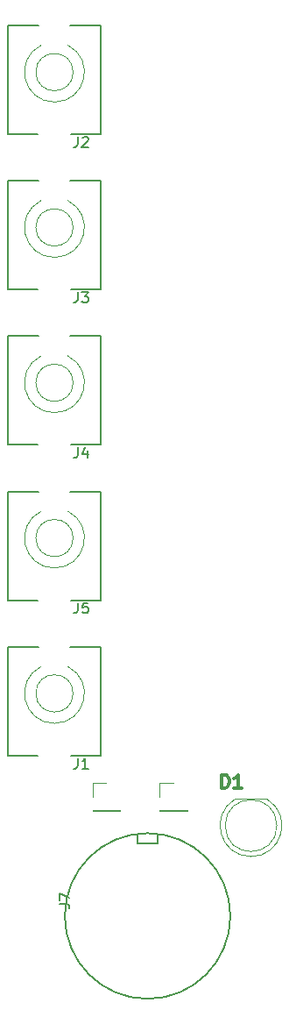
<source format=gto>
%TF.GenerationSoftware,KiCad,Pcbnew,(6.0.1)*%
%TF.CreationDate,2022-10-18T10:19:05-04:00*%
%TF.ProjectId,ER-MIDI-THRU,45522d4d-4944-4492-9d54-4852552e6b69,1*%
%TF.SameCoordinates,Original*%
%TF.FileFunction,Legend,Top*%
%TF.FilePolarity,Positive*%
%FSLAX46Y46*%
G04 Gerber Fmt 4.6, Leading zero omitted, Abs format (unit mm)*
G04 Created by KiCad (PCBNEW (6.0.1)) date 2022-10-18 10:19:05*
%MOMM*%
%LPD*%
G01*
G04 APERTURE LIST*
%ADD10C,0.150000*%
%ADD11C,0.317500*%
%ADD12C,0.120000*%
%ADD13C,0.200000*%
G04 APERTURE END LIST*
D10*
%TO.C,J5*%
X7266666Y-59752380D02*
X7266666Y-60466666D01*
X7219047Y-60609523D01*
X7123809Y-60704761D01*
X6980952Y-60752380D01*
X6885714Y-60752380D01*
X8219047Y-59752380D02*
X7742857Y-59752380D01*
X7695238Y-60228571D01*
X7742857Y-60180952D01*
X7838095Y-60133333D01*
X8076190Y-60133333D01*
X8171428Y-60180952D01*
X8219047Y-60228571D01*
X8266666Y-60323809D01*
X8266666Y-60561904D01*
X8219047Y-60657142D01*
X8171428Y-60704761D01*
X8076190Y-60752380D01*
X7838095Y-60752380D01*
X7742857Y-60704761D01*
X7695238Y-60657142D01*
%TO.C,J4*%
X7266666Y-44752380D02*
X7266666Y-45466666D01*
X7219047Y-45609523D01*
X7123809Y-45704761D01*
X6980952Y-45752380D01*
X6885714Y-45752380D01*
X8171428Y-45085714D02*
X8171428Y-45752380D01*
X7933333Y-44704761D02*
X7695238Y-45419047D01*
X8314285Y-45419047D01*
%TO.C,J7*%
X5452380Y-88833333D02*
X6166666Y-88833333D01*
X6309523Y-88880952D01*
X6404761Y-88976190D01*
X6452380Y-89119047D01*
X6452380Y-89214285D01*
X5452380Y-88452380D02*
X5452380Y-87785714D01*
X6452380Y-88214285D01*
D11*
%TO.C,D1*%
X21152619Y-77624523D02*
X21152619Y-76354523D01*
X21455000Y-76354523D01*
X21636428Y-76415000D01*
X21757380Y-76535952D01*
X21817857Y-76656904D01*
X21878333Y-76898809D01*
X21878333Y-77080238D01*
X21817857Y-77322142D01*
X21757380Y-77443095D01*
X21636428Y-77564047D01*
X21455000Y-77624523D01*
X21152619Y-77624523D01*
X23087857Y-77624523D02*
X22362142Y-77624523D01*
X22725000Y-77624523D02*
X22725000Y-76354523D01*
X22604047Y-76535952D01*
X22483095Y-76656904D01*
X22362142Y-76717380D01*
D10*
%TO.C,J1*%
X7266666Y-74752380D02*
X7266666Y-75466666D01*
X7219047Y-75609523D01*
X7123809Y-75704761D01*
X6980952Y-75752380D01*
X6885714Y-75752380D01*
X8266666Y-75752380D02*
X7695238Y-75752380D01*
X7980952Y-75752380D02*
X7980952Y-74752380D01*
X7885714Y-74895238D01*
X7790476Y-74990476D01*
X7695238Y-75038095D01*
%TO.C,J2*%
X7266666Y-14752380D02*
X7266666Y-15466666D01*
X7219047Y-15609523D01*
X7123809Y-15704761D01*
X6980952Y-15752380D01*
X6885714Y-15752380D01*
X7695238Y-14847619D02*
X7742857Y-14800000D01*
X7838095Y-14752380D01*
X8076190Y-14752380D01*
X8171428Y-14800000D01*
X8219047Y-14847619D01*
X8266666Y-14942857D01*
X8266666Y-15038095D01*
X8219047Y-15180952D01*
X7647619Y-15752380D01*
X8266666Y-15752380D01*
%TO.C,J3*%
X7266666Y-29752380D02*
X7266666Y-30466666D01*
X7219047Y-30609523D01*
X7123809Y-30704761D01*
X6980952Y-30752380D01*
X6885714Y-30752380D01*
X7647619Y-29752380D02*
X8266666Y-29752380D01*
X7933333Y-30133333D01*
X8076190Y-30133333D01*
X8171428Y-30180952D01*
X8219047Y-30228571D01*
X8266666Y-30323809D01*
X8266666Y-30561904D01*
X8219047Y-30657142D01*
X8171428Y-30704761D01*
X8076190Y-30752380D01*
X7790476Y-30752380D01*
X7695238Y-30704761D01*
X7647619Y-30657142D01*
D12*
%TO.C,J9*%
X11330000Y-79770000D02*
X11330000Y-79830000D01*
X8670000Y-79770000D02*
X8670000Y-79830000D01*
X8670000Y-77170000D02*
X10000000Y-77170000D01*
X8670000Y-79770000D02*
X11330000Y-79770000D01*
X8670000Y-79830000D02*
X11330000Y-79830000D01*
X8670000Y-78500000D02*
X8670000Y-77170000D01*
D13*
%TO.C,J5*%
X9500000Y-59500000D02*
X6600000Y-59500000D01*
X3500000Y-49000000D02*
X500000Y-49000000D01*
X500000Y-49000000D02*
X500000Y-59500000D01*
X9500000Y-49000000D02*
X6500000Y-49000000D01*
X9500000Y-49000000D02*
X9500000Y-59500000D01*
X3400000Y-59500000D02*
X500000Y-59500000D01*
D12*
X5000000Y-56395001D02*
G75*
G03*
X6296263Y-50911423I0J2895001D01*
G01*
X3703737Y-50911424D02*
G75*
G03*
X5000000Y-56395000I1296263J-2588576D01*
G01*
X6800000Y-53500000D02*
G75*
G03*
X6800000Y-53500000I-1800000J0D01*
G01*
D13*
%TO.C,J4*%
X3400000Y-44500000D02*
X500000Y-44500000D01*
X3500000Y-34000000D02*
X500000Y-34000000D01*
X9500000Y-34000000D02*
X9500000Y-44500000D01*
X9500000Y-44500000D02*
X6600000Y-44500000D01*
X500000Y-34000000D02*
X500000Y-44500000D01*
X9500000Y-34000000D02*
X6500000Y-34000000D01*
D12*
X3703737Y-35911424D02*
G75*
G03*
X5000000Y-41395000I1296263J-2588576D01*
G01*
X5000000Y-41395001D02*
G75*
G03*
X6296263Y-35911423I0J2895001D01*
G01*
X6800000Y-38500000D02*
G75*
G03*
X6800000Y-38500000I-1800000J0D01*
G01*
D10*
%TO.C,J7*%
X13000000Y-82060000D02*
X13000000Y-83000000D01*
X13000000Y-83000000D02*
X15000000Y-83000000D01*
X15000000Y-83000000D02*
X15000000Y-82060000D01*
X22000000Y-90000000D02*
G75*
G03*
X22000000Y-90000000I-8000000J0D01*
G01*
D12*
%TO.C,D1*%
X25545000Y-78710000D02*
X22455000Y-78710000D01*
X22455170Y-78710000D02*
G75*
G03*
X24000462Y-84260000I1544830J-2560000D01*
G01*
X23999538Y-84260000D02*
G75*
G03*
X25544830Y-78710000I462J2990000D01*
G01*
X26500000Y-81270000D02*
G75*
G03*
X26500000Y-81270000I-2500000J0D01*
G01*
D13*
%TO.C,J1*%
X500000Y-64000000D02*
X500000Y-74500000D01*
X9500000Y-64000000D02*
X6500000Y-64000000D01*
X3400000Y-74500000D02*
X500000Y-74500000D01*
X9500000Y-64000000D02*
X9500000Y-74500000D01*
X3500000Y-64000000D02*
X500000Y-64000000D01*
X9500000Y-74500000D02*
X6600000Y-74500000D01*
D12*
X3703737Y-65911424D02*
G75*
G03*
X5000000Y-71395000I1296263J-2588576D01*
G01*
X5000000Y-71395001D02*
G75*
G03*
X6296263Y-65911423I0J2895001D01*
G01*
X6800000Y-68500000D02*
G75*
G03*
X6800000Y-68500000I-1800000J0D01*
G01*
D13*
%TO.C,J2*%
X9500000Y-4000000D02*
X6500000Y-4000000D01*
X9500000Y-4000000D02*
X9500000Y-14500000D01*
X3500000Y-4000000D02*
X500000Y-4000000D01*
X3400000Y-14500000D02*
X500000Y-14500000D01*
X9500000Y-14500000D02*
X6600000Y-14500000D01*
X500000Y-4000000D02*
X500000Y-14500000D01*
D12*
X5000000Y-11395001D02*
G75*
G03*
X6296263Y-5911423I0J2895001D01*
G01*
X3703737Y-5911424D02*
G75*
G03*
X5000000Y-11395000I1296263J-2588576D01*
G01*
X6800000Y-8500000D02*
G75*
G03*
X6800000Y-8500000I-1800000J0D01*
G01*
D13*
%TO.C,J3*%
X3500000Y-19000000D02*
X500000Y-19000000D01*
X500000Y-19000000D02*
X500000Y-29500000D01*
X9500000Y-19000000D02*
X9500000Y-29500000D01*
X9500000Y-29500000D02*
X6600000Y-29500000D01*
X3400000Y-29500000D02*
X500000Y-29500000D01*
X9500000Y-19000000D02*
X6500000Y-19000000D01*
D12*
X3703737Y-20911424D02*
G75*
G03*
X5000000Y-26395000I1296263J-2588576D01*
G01*
X5000000Y-26395001D02*
G75*
G03*
X6296263Y-20911423I0J2895001D01*
G01*
X6800000Y-23500000D02*
G75*
G03*
X6800000Y-23500000I-1800000J0D01*
G01*
%TO.C,J8*%
X15170000Y-79770000D02*
X17830000Y-79770000D01*
X15170000Y-78500000D02*
X15170000Y-77170000D01*
X15170000Y-79830000D02*
X17830000Y-79830000D01*
X15170000Y-79770000D02*
X15170000Y-79830000D01*
X15170000Y-77170000D02*
X16500000Y-77170000D01*
X17830000Y-79770000D02*
X17830000Y-79830000D01*
%TD*%
M02*

</source>
